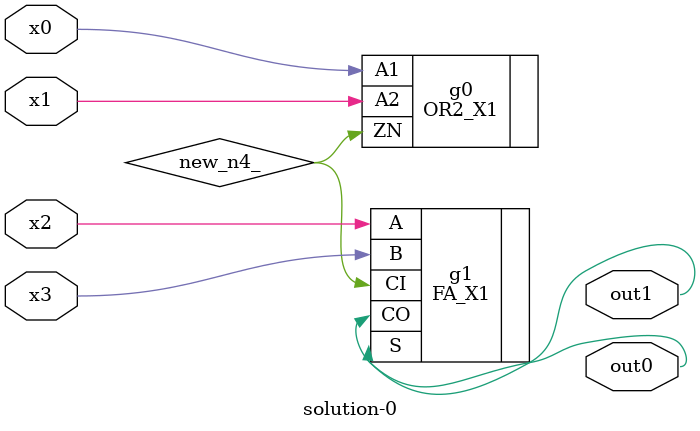
<source format=v>
module \solution-0 (
  x0, x1, x2, x3,
  out0, out1 );
  input x0, x1, x2, x3;
  output out0, out1;
  wire new_n4_, new_n6_, new_n7_;
  OR2_X1  g0(.A1(x0), .A2(x1), .ZN(new_n4_));
  FA_X1  g1(.A(x2), .B(x3), .CI(new_n4_), .CO(out1), .S(out0));
  LOGIC0_X1  g2(.Z(new_n6_));
  LOGIC0_X1  g3(.Z(new_n7_));
endmodule

</source>
